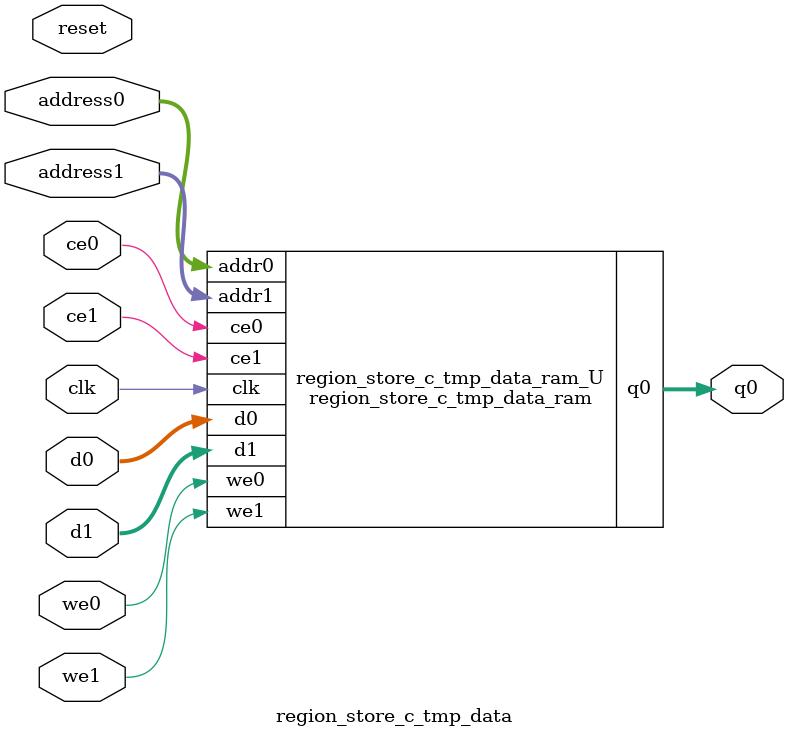
<source format=v>
`timescale 1 ns / 1 ps
module region_store_c_tmp_data_ram (addr0, ce0, d0, we0, q0, addr1, ce1, d1, we1,  clk);

parameter DWIDTH = 32;
parameter AWIDTH = 7;
parameter MEM_SIZE = 100;

input[AWIDTH-1:0] addr0;
input ce0;
input[DWIDTH-1:0] d0;
input we0;
output reg[DWIDTH-1:0] q0;
input[AWIDTH-1:0] addr1;
input ce1;
input[DWIDTH-1:0] d1;
input we1;
input clk;

(* ram_style = "block" *)reg [DWIDTH-1:0] ram[0:MEM_SIZE-1];




always @(posedge clk)  
begin 
    if (ce0) begin
        if (we0) 
            ram[addr0] <= d0; 
        q0 <= ram[addr0];
    end
end


always @(posedge clk)  
begin 
    if (ce1) begin
        if (we1) 
            ram[addr1] <= d1; 
    end
end


endmodule

`timescale 1 ns / 1 ps
module region_store_c_tmp_data(
    reset,
    clk,
    address0,
    ce0,
    we0,
    d0,
    q0,
    address1,
    ce1,
    we1,
    d1);

parameter DataWidth = 32'd32;
parameter AddressRange = 32'd100;
parameter AddressWidth = 32'd7;
input reset;
input clk;
input[AddressWidth - 1:0] address0;
input ce0;
input we0;
input[DataWidth - 1:0] d0;
output[DataWidth - 1:0] q0;
input[AddressWidth - 1:0] address1;
input ce1;
input we1;
input[DataWidth - 1:0] d1;



region_store_c_tmp_data_ram region_store_c_tmp_data_ram_U(
    .clk( clk ),
    .addr0( address0 ),
    .ce0( ce0 ),
    .we0( we0 ),
    .d0( d0 ),
    .q0( q0 ),
    .addr1( address1 ),
    .ce1( ce1 ),
    .we1( we1 ),
    .d1( d1 ));

endmodule


</source>
